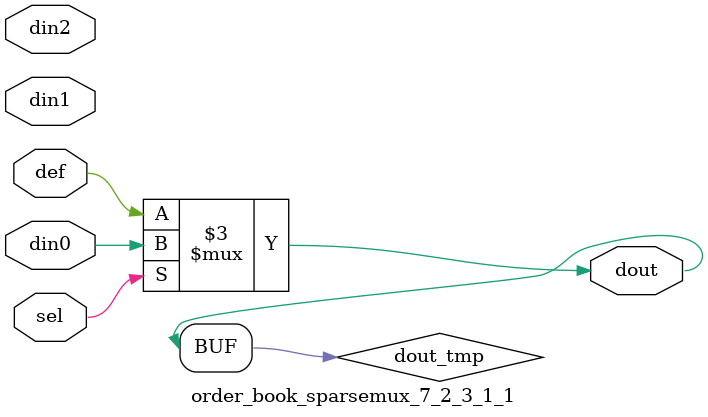
<source format=v>
`timescale 1ns / 1ps

module order_book_sparsemux_7_2_3_1_1 (din0,din1,din2,def,sel,dout);

parameter din0_WIDTH = 1;

parameter din1_WIDTH = 1;

parameter din2_WIDTH = 1;

parameter def_WIDTH = 1;
parameter sel_WIDTH = 1;
parameter dout_WIDTH = 1;

parameter [sel_WIDTH-1:0] CASE0 = 1;

parameter [sel_WIDTH-1:0] CASE1 = 1;

parameter [sel_WIDTH-1:0] CASE2 = 1;

parameter ID = 1;
parameter NUM_STAGE = 1;



input [din0_WIDTH-1:0] din0;

input [din1_WIDTH-1:0] din1;

input [din2_WIDTH-1:0] din2;

input [def_WIDTH-1:0] def;
input [sel_WIDTH-1:0] sel;

output [dout_WIDTH-1:0] dout;



reg [dout_WIDTH-1:0] dout_tmp;


always @ (*) begin
(* parallel_case *) case (sel)
    
    CASE0 : dout_tmp = din0;
    
    CASE1 : dout_tmp = din1;
    
    CASE2 : dout_tmp = din2;
    
    default : dout_tmp = def;
endcase
end


assign dout = dout_tmp;



endmodule

</source>
